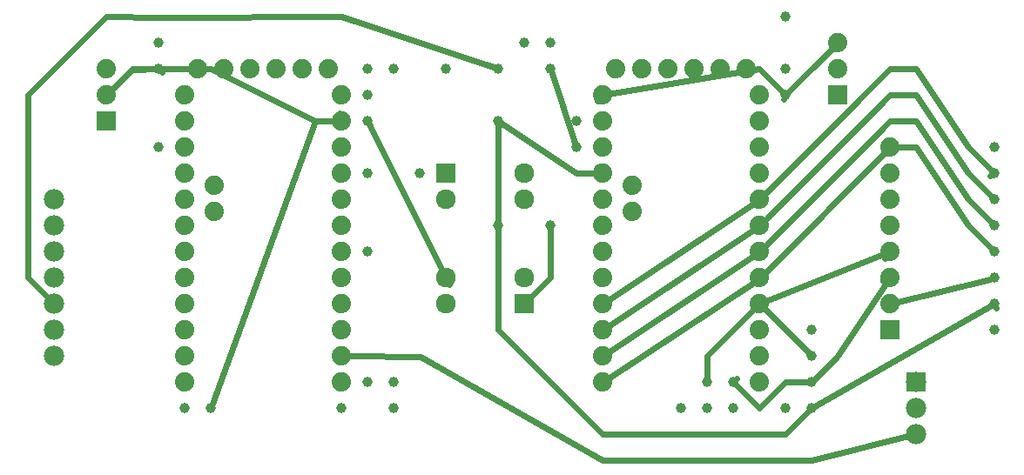
<source format=gbl>
G04 MADE WITH FRITZING*
G04 WWW.FRITZING.ORG*
G04 DOUBLE SIDED*
G04 HOLES PLATED*
G04 CONTOUR ON CENTER OF CONTOUR VECTOR*
%ASAXBY*%
%FSLAX23Y23*%
%MOIN*%
%OFA0B0*%
%SFA1.0B1.0*%
%ADD10C,0.074000*%
%ADD11C,0.078000*%
%ADD12C,0.075667*%
%ADD13C,0.075695*%
%ADD14C,0.039370*%
%ADD15R,0.078000X0.078000*%
%ADD16R,0.075667X0.075667*%
%ADD17R,0.074000X0.074000*%
%ADD18C,0.024000*%
%ADD19R,0.001000X0.001000*%
%LNCOPPER0*%
G90*
G70*
G54D10*
X2311Y1621D03*
X2411Y1621D03*
X2511Y1621D03*
X2611Y1621D03*
X2711Y1621D03*
X2811Y1621D03*
X2261Y1521D03*
X2261Y1421D03*
X2261Y1321D03*
X2261Y1221D03*
X2261Y1121D03*
X2376Y1176D03*
X2376Y1076D03*
X2261Y1021D03*
X2261Y921D03*
X2261Y821D03*
X2261Y721D03*
X2261Y621D03*
X2261Y521D03*
X2261Y421D03*
X2861Y421D03*
X2861Y521D03*
X2861Y621D03*
X2861Y721D03*
X2861Y821D03*
X2861Y921D03*
X2861Y1021D03*
X2861Y1121D03*
X2861Y1221D03*
X2861Y1321D03*
X2861Y1421D03*
X2861Y1521D03*
X2311Y1621D03*
X2411Y1621D03*
X2511Y1621D03*
X2611Y1621D03*
X2711Y1621D03*
X2811Y1621D03*
X2261Y1521D03*
X2261Y1421D03*
X2261Y1321D03*
X2261Y1221D03*
X2261Y1121D03*
X2376Y1176D03*
X2376Y1076D03*
X2261Y1021D03*
X2261Y921D03*
X2261Y821D03*
X2261Y721D03*
X2261Y621D03*
X2261Y521D03*
X2261Y421D03*
X2861Y421D03*
X2861Y521D03*
X2861Y621D03*
X2861Y721D03*
X2861Y821D03*
X2861Y921D03*
X2861Y1021D03*
X2861Y1121D03*
X2861Y1221D03*
X2861Y1321D03*
X2861Y1421D03*
X2861Y1521D03*
G54D11*
X161Y521D03*
X161Y621D03*
X161Y721D03*
X161Y821D03*
X161Y921D03*
X161Y1021D03*
X161Y1121D03*
G54D10*
X361Y1421D03*
X361Y1521D03*
X361Y1621D03*
X3161Y1521D03*
X3161Y1621D03*
X3161Y1721D03*
G54D11*
X3461Y421D03*
X3461Y321D03*
X3461Y221D03*
G54D12*
X1961Y721D03*
X1662Y721D03*
G54D13*
X1961Y821D03*
X1661Y821D03*
G54D12*
X1661Y1221D03*
X1960Y1221D03*
G54D13*
X1661Y1121D03*
X1961Y1121D03*
G54D14*
X1561Y1221D03*
X1361Y1521D03*
X561Y1321D03*
X1861Y1422D03*
X1361Y1421D03*
X1361Y1221D03*
X761Y321D03*
X1261Y321D03*
X661Y321D03*
X561Y1721D03*
X1361Y421D03*
X561Y1621D03*
G54D10*
X711Y1621D03*
X811Y1621D03*
X911Y1621D03*
X1011Y1621D03*
X1111Y1621D03*
X1211Y1621D03*
X661Y1521D03*
X661Y1421D03*
X661Y1321D03*
X661Y1221D03*
X661Y1121D03*
X776Y1176D03*
X776Y1076D03*
X661Y1021D03*
X661Y921D03*
X661Y821D03*
X661Y721D03*
X661Y621D03*
X661Y521D03*
X661Y421D03*
X1261Y421D03*
X1261Y521D03*
X1261Y621D03*
X1261Y721D03*
X1261Y821D03*
X1261Y921D03*
X1261Y1021D03*
X1261Y1121D03*
X1261Y1221D03*
X1261Y1321D03*
X1261Y1421D03*
X1261Y1521D03*
X711Y1621D03*
X811Y1621D03*
X911Y1621D03*
X1011Y1621D03*
X1111Y1621D03*
X1211Y1621D03*
X661Y1521D03*
X661Y1421D03*
X661Y1321D03*
X661Y1221D03*
X661Y1121D03*
X776Y1176D03*
X776Y1076D03*
X661Y1021D03*
X661Y921D03*
X661Y821D03*
X661Y721D03*
X661Y621D03*
X661Y521D03*
X661Y421D03*
X1261Y421D03*
X1261Y521D03*
X1261Y621D03*
X1261Y721D03*
X1261Y821D03*
X1261Y921D03*
X1261Y1021D03*
X1261Y1121D03*
X1261Y1221D03*
X1261Y1321D03*
X1261Y1421D03*
X1261Y1521D03*
G54D14*
X2161Y1321D03*
X3061Y321D03*
X2961Y321D03*
X2761Y321D03*
X3061Y621D03*
X2661Y321D03*
X2561Y321D03*
X3061Y521D03*
X3061Y421D03*
X2661Y421D03*
X2761Y421D03*
X3761Y1321D03*
X3761Y721D03*
X3761Y1121D03*
X3761Y1021D03*
X3761Y921D03*
X3761Y621D03*
X3761Y1221D03*
X3761Y821D03*
X2161Y1421D03*
X2061Y1021D03*
X1861Y1021D03*
X1361Y921D03*
G54D10*
X3361Y721D03*
X3361Y821D03*
X3361Y921D03*
X3361Y1021D03*
X3361Y1121D03*
X3361Y1221D03*
X3361Y1321D03*
X3361Y721D03*
X3361Y821D03*
X3361Y921D03*
X3361Y1021D03*
X3361Y1121D03*
X3361Y1221D03*
X3361Y1321D03*
G54D14*
X1461Y321D03*
X1461Y421D03*
X2061Y1621D03*
X1461Y1621D03*
X1361Y1621D03*
X1961Y1721D03*
X2061Y1721D03*
X1661Y1621D03*
X1861Y1621D03*
X2961Y1621D03*
X2961Y1521D03*
X2961Y1821D03*
G54D15*
X3461Y421D03*
G54D16*
X1961Y721D03*
X1661Y1221D03*
G54D17*
X3361Y621D03*
X3361Y621D03*
G54D18*
X761Y1620D02*
X562Y1620D01*
D02*
X761Y1620D02*
X761Y1620D01*
D02*
X1256Y1451D02*
X1261Y1421D01*
D02*
X1162Y1421D02*
X761Y1620D01*
D02*
X1261Y1421D02*
X1162Y1421D01*
D02*
X562Y1620D02*
X462Y1619D01*
D02*
X462Y1619D02*
X383Y1542D01*
D02*
X3062Y120D02*
X3062Y120D01*
D02*
X3062Y120D02*
X2276Y120D01*
D02*
X3432Y213D02*
X3062Y120D01*
D02*
X2262Y120D02*
X1563Y519D01*
D02*
X2276Y120D02*
X2262Y120D01*
D02*
X1563Y519D02*
X1292Y521D01*
D02*
X1162Y1421D02*
X1261Y1421D01*
D02*
X768Y339D02*
X1162Y1421D01*
D02*
X1261Y1421D02*
X1256Y1451D01*
D02*
X575Y1607D02*
X562Y1620D01*
D02*
X562Y1620D02*
X462Y1620D01*
D02*
X462Y1620D02*
X383Y1542D01*
D02*
X2261Y1221D02*
X2241Y1245D01*
D02*
X2261Y1221D02*
X2261Y1221D01*
D02*
X1875Y1408D02*
X1862Y1420D01*
D02*
X1862Y1420D02*
X2161Y1221D01*
D02*
X2161Y1221D02*
X2261Y1221D01*
D02*
X1861Y1403D02*
X1861Y1040D01*
D02*
X2061Y1002D02*
X2062Y820D01*
D02*
X2062Y820D02*
X1981Y740D01*
D02*
X1362Y1420D02*
X1662Y820D01*
D02*
X1662Y820D02*
X1675Y796D01*
D02*
X1370Y1404D02*
X1362Y1420D01*
D02*
X3760Y1220D02*
X3745Y1211D01*
D02*
X3661Y1321D02*
X3760Y1220D01*
D02*
X3462Y1621D02*
X3661Y1321D01*
D02*
X3361Y1621D02*
X3462Y1621D01*
D02*
X3261Y1521D02*
X3262Y1521D01*
D02*
X2863Y1120D02*
X3261Y1521D01*
D02*
X3262Y1521D02*
X3262Y1520D01*
D02*
X3262Y1520D02*
X3361Y1621D01*
D02*
X2287Y738D02*
X2863Y1120D01*
D02*
X3161Y522D02*
X3063Y420D01*
D02*
X2962Y420D02*
X2862Y320D01*
D02*
X3063Y420D02*
X2962Y420D01*
D02*
X2862Y320D02*
X2762Y421D01*
D02*
X3360Y820D02*
X3161Y522D01*
D02*
X2762Y421D02*
X2775Y434D01*
D02*
X3333Y807D02*
X3360Y820D01*
D02*
X2862Y720D02*
X3360Y920D01*
D02*
X3063Y520D02*
X2862Y720D01*
D02*
X2862Y720D02*
X3063Y520D01*
D02*
X2661Y440D02*
X2662Y520D01*
D02*
X3360Y920D02*
X3342Y896D01*
D02*
X2961Y221D02*
X2261Y221D01*
D02*
X3062Y322D02*
X2961Y221D01*
D02*
X1860Y622D02*
X1861Y1002D01*
D02*
X2261Y221D02*
X1860Y622D01*
D02*
X3768Y703D02*
X3761Y720D01*
D02*
X3761Y720D02*
X3062Y322D01*
D02*
X2861Y1620D02*
X2961Y1522D01*
D02*
X2961Y1522D02*
X2961Y1520D01*
D02*
X2261Y1520D02*
X2861Y1620D01*
D02*
X2961Y1520D02*
X3061Y1620D01*
D02*
X3061Y1620D02*
X3140Y1699D01*
D02*
X2961Y1520D02*
X2961Y1520D01*
D02*
X2241Y1497D02*
X2261Y1520D01*
D02*
X3748Y934D02*
X3661Y1021D01*
D02*
X3661Y1021D02*
X3462Y1320D01*
D02*
X3462Y1320D02*
X3361Y1320D01*
D02*
X2863Y819D02*
X2287Y438D01*
D02*
X3361Y1320D02*
X2863Y819D01*
D02*
X3462Y1521D02*
X3661Y1222D01*
D02*
X3361Y1521D02*
X3462Y1521D01*
D02*
X3661Y1222D02*
X3748Y1134D01*
D02*
X2863Y1021D02*
X3361Y1521D01*
D02*
X2287Y638D02*
X2863Y1021D01*
D02*
X3661Y1121D02*
X3748Y1034D01*
D02*
X3462Y1421D02*
X3661Y1121D01*
D02*
X3361Y1421D02*
X3462Y1421D01*
D02*
X2863Y922D02*
X3361Y1421D01*
D02*
X2287Y538D02*
X2863Y922D01*
D02*
X3392Y728D02*
X3743Y816D01*
D02*
X362Y1820D02*
X563Y1819D01*
D02*
X62Y1520D02*
X362Y1820D01*
D02*
X1261Y1820D02*
X1843Y1627D01*
D02*
X563Y1819D02*
X1261Y1820D01*
D02*
X60Y820D02*
X62Y1520D01*
D02*
X140Y742D02*
X60Y820D01*
D02*
X2067Y1603D02*
X2155Y1339D01*
D02*
X2956Y1503D02*
X2961Y1520D01*
D02*
X2961Y1520D02*
X3061Y1620D01*
D02*
X3061Y1620D02*
X3140Y1699D01*
D02*
X2961Y1520D02*
X2961Y1520D01*
D02*
X2662Y520D02*
X2862Y720D01*
D02*
X2762Y421D02*
X2762Y421D01*
G54D19*
X3124Y1558D02*
X3197Y1558D01*
X3124Y1557D02*
X3197Y1557D01*
X3124Y1556D02*
X3197Y1556D01*
X3124Y1555D02*
X3197Y1555D01*
X3124Y1554D02*
X3197Y1554D01*
X3124Y1553D02*
X3197Y1553D01*
X3124Y1552D02*
X3197Y1552D01*
X3124Y1551D02*
X3197Y1551D01*
X3124Y1550D02*
X3197Y1550D01*
X3124Y1549D02*
X3197Y1549D01*
X3124Y1548D02*
X3197Y1548D01*
X3124Y1547D02*
X3197Y1547D01*
X3124Y1546D02*
X3197Y1546D01*
X3124Y1545D02*
X3197Y1545D01*
X3124Y1544D02*
X3197Y1544D01*
X3124Y1543D02*
X3197Y1543D01*
X3124Y1542D02*
X3197Y1542D01*
X3124Y1541D02*
X3156Y1541D01*
X3165Y1541D02*
X3197Y1541D01*
X3124Y1540D02*
X3153Y1540D01*
X3169Y1540D02*
X3197Y1540D01*
X3124Y1539D02*
X3151Y1539D01*
X3171Y1539D02*
X3197Y1539D01*
X3124Y1538D02*
X3149Y1538D01*
X3172Y1538D02*
X3197Y1538D01*
X3124Y1537D02*
X3148Y1537D01*
X3174Y1537D02*
X3197Y1537D01*
X3124Y1536D02*
X3147Y1536D01*
X3175Y1536D02*
X3197Y1536D01*
X3124Y1535D02*
X3146Y1535D01*
X3176Y1535D02*
X3197Y1535D01*
X3124Y1534D02*
X3145Y1534D01*
X3177Y1534D02*
X3197Y1534D01*
X3124Y1533D02*
X3144Y1533D01*
X3177Y1533D02*
X3197Y1533D01*
X3124Y1532D02*
X3144Y1532D01*
X3178Y1532D02*
X3197Y1532D01*
X3124Y1531D02*
X3143Y1531D01*
X3179Y1531D02*
X3197Y1531D01*
X3124Y1530D02*
X3142Y1530D01*
X3179Y1530D02*
X3197Y1530D01*
X3124Y1529D02*
X3142Y1529D01*
X3180Y1529D02*
X3197Y1529D01*
X3124Y1528D02*
X3142Y1528D01*
X3180Y1528D02*
X3197Y1528D01*
X3124Y1527D02*
X3141Y1527D01*
X3180Y1527D02*
X3197Y1527D01*
X3124Y1526D02*
X3141Y1526D01*
X3181Y1526D02*
X3197Y1526D01*
X3124Y1525D02*
X3141Y1525D01*
X3181Y1525D02*
X3197Y1525D01*
X3124Y1524D02*
X3141Y1524D01*
X3181Y1524D02*
X3197Y1524D01*
X3124Y1523D02*
X3141Y1523D01*
X3181Y1523D02*
X3197Y1523D01*
X3124Y1522D02*
X3141Y1522D01*
X3181Y1522D02*
X3197Y1522D01*
X3124Y1521D02*
X3141Y1521D01*
X3181Y1521D02*
X3197Y1521D01*
X3124Y1520D02*
X3141Y1520D01*
X3181Y1520D02*
X3197Y1520D01*
X3124Y1519D02*
X3141Y1519D01*
X3181Y1519D02*
X3197Y1519D01*
X3124Y1518D02*
X3141Y1518D01*
X3181Y1518D02*
X3197Y1518D01*
X3124Y1517D02*
X3141Y1517D01*
X3180Y1517D02*
X3197Y1517D01*
X3124Y1516D02*
X3142Y1516D01*
X3180Y1516D02*
X3197Y1516D01*
X3124Y1515D02*
X3142Y1515D01*
X3180Y1515D02*
X3197Y1515D01*
X3124Y1514D02*
X3142Y1514D01*
X3179Y1514D02*
X3197Y1514D01*
X3124Y1513D02*
X3143Y1513D01*
X3179Y1513D02*
X3197Y1513D01*
X3124Y1512D02*
X3143Y1512D01*
X3178Y1512D02*
X3197Y1512D01*
X3124Y1511D02*
X3144Y1511D01*
X3178Y1511D02*
X3197Y1511D01*
X3124Y1510D02*
X3145Y1510D01*
X3177Y1510D02*
X3197Y1510D01*
X3124Y1509D02*
X3145Y1509D01*
X3176Y1509D02*
X3197Y1509D01*
X3124Y1508D02*
X3146Y1508D01*
X3175Y1508D02*
X3197Y1508D01*
X3124Y1507D02*
X3147Y1507D01*
X3174Y1507D02*
X3197Y1507D01*
X3124Y1506D02*
X3149Y1506D01*
X3173Y1506D02*
X3197Y1506D01*
X3124Y1505D02*
X3150Y1505D01*
X3171Y1505D02*
X3197Y1505D01*
X3124Y1504D02*
X3152Y1504D01*
X3170Y1504D02*
X3197Y1504D01*
X3124Y1503D02*
X3155Y1503D01*
X3167Y1503D02*
X3197Y1503D01*
X3124Y1502D02*
X3197Y1502D01*
X3124Y1501D02*
X3197Y1501D01*
X3124Y1500D02*
X3197Y1500D01*
X3124Y1499D02*
X3197Y1499D01*
X3124Y1498D02*
X3197Y1498D01*
X3124Y1497D02*
X3197Y1497D01*
X3124Y1496D02*
X3197Y1496D01*
X3124Y1495D02*
X3197Y1495D01*
X3124Y1494D02*
X3197Y1494D01*
X3124Y1493D02*
X3197Y1493D01*
X3124Y1492D02*
X3197Y1492D01*
X3124Y1491D02*
X3197Y1491D01*
X3124Y1490D02*
X3197Y1490D01*
X3124Y1489D02*
X3197Y1489D01*
X3124Y1488D02*
X3197Y1488D01*
X3124Y1487D02*
X3197Y1487D01*
X3124Y1486D02*
X3197Y1486D01*
X3125Y1485D02*
X3197Y1485D01*
X324Y1458D02*
X397Y1458D01*
X324Y1457D02*
X397Y1457D01*
X324Y1456D02*
X397Y1456D01*
X324Y1455D02*
X397Y1455D01*
X324Y1454D02*
X397Y1454D01*
X324Y1453D02*
X397Y1453D01*
X324Y1452D02*
X397Y1452D01*
X324Y1451D02*
X397Y1451D01*
X324Y1450D02*
X397Y1450D01*
X324Y1449D02*
X397Y1449D01*
X324Y1448D02*
X397Y1448D01*
X324Y1447D02*
X397Y1447D01*
X324Y1446D02*
X397Y1446D01*
X324Y1445D02*
X397Y1445D01*
X324Y1444D02*
X397Y1444D01*
X324Y1443D02*
X397Y1443D01*
X324Y1442D02*
X397Y1442D01*
X324Y1441D02*
X356Y1441D01*
X366Y1441D02*
X397Y1441D01*
X324Y1440D02*
X353Y1440D01*
X369Y1440D02*
X397Y1440D01*
X324Y1439D02*
X351Y1439D01*
X371Y1439D02*
X397Y1439D01*
X324Y1438D02*
X349Y1438D01*
X372Y1438D02*
X397Y1438D01*
X324Y1437D02*
X348Y1437D01*
X374Y1437D02*
X397Y1437D01*
X324Y1436D02*
X347Y1436D01*
X375Y1436D02*
X397Y1436D01*
X324Y1435D02*
X346Y1435D01*
X376Y1435D02*
X397Y1435D01*
X324Y1434D02*
X345Y1434D01*
X377Y1434D02*
X397Y1434D01*
X324Y1433D02*
X344Y1433D01*
X377Y1433D02*
X397Y1433D01*
X324Y1432D02*
X344Y1432D01*
X378Y1432D02*
X397Y1432D01*
X324Y1431D02*
X343Y1431D01*
X379Y1431D02*
X397Y1431D01*
X324Y1430D02*
X342Y1430D01*
X379Y1430D02*
X397Y1430D01*
X324Y1429D02*
X342Y1429D01*
X380Y1429D02*
X397Y1429D01*
X324Y1428D02*
X342Y1428D01*
X380Y1428D02*
X397Y1428D01*
X324Y1427D02*
X341Y1427D01*
X380Y1427D02*
X397Y1427D01*
X324Y1426D02*
X341Y1426D01*
X381Y1426D02*
X397Y1426D01*
X324Y1425D02*
X341Y1425D01*
X381Y1425D02*
X397Y1425D01*
X324Y1424D02*
X341Y1424D01*
X381Y1424D02*
X397Y1424D01*
X324Y1423D02*
X341Y1423D01*
X381Y1423D02*
X397Y1423D01*
X324Y1422D02*
X341Y1422D01*
X381Y1422D02*
X397Y1422D01*
X324Y1421D02*
X341Y1421D01*
X381Y1421D02*
X397Y1421D01*
X324Y1420D02*
X341Y1420D01*
X381Y1420D02*
X397Y1420D01*
X324Y1419D02*
X341Y1419D01*
X381Y1419D02*
X397Y1419D01*
X324Y1418D02*
X341Y1418D01*
X381Y1418D02*
X397Y1418D01*
X324Y1417D02*
X341Y1417D01*
X380Y1417D02*
X397Y1417D01*
X324Y1416D02*
X342Y1416D01*
X380Y1416D02*
X397Y1416D01*
X324Y1415D02*
X342Y1415D01*
X380Y1415D02*
X397Y1415D01*
X324Y1414D02*
X342Y1414D01*
X379Y1414D02*
X397Y1414D01*
X324Y1413D02*
X343Y1413D01*
X379Y1413D02*
X397Y1413D01*
X324Y1412D02*
X343Y1412D01*
X378Y1412D02*
X397Y1412D01*
X324Y1411D02*
X344Y1411D01*
X378Y1411D02*
X397Y1411D01*
X324Y1410D02*
X345Y1410D01*
X377Y1410D02*
X397Y1410D01*
X324Y1409D02*
X345Y1409D01*
X376Y1409D02*
X397Y1409D01*
X324Y1408D02*
X346Y1408D01*
X375Y1408D02*
X397Y1408D01*
X324Y1407D02*
X347Y1407D01*
X374Y1407D02*
X397Y1407D01*
X324Y1406D02*
X349Y1406D01*
X373Y1406D02*
X397Y1406D01*
X324Y1405D02*
X350Y1405D01*
X371Y1405D02*
X397Y1405D01*
X324Y1404D02*
X352Y1404D01*
X370Y1404D02*
X397Y1404D01*
X324Y1403D02*
X355Y1403D01*
X367Y1403D02*
X397Y1403D01*
X324Y1402D02*
X397Y1402D01*
X324Y1401D02*
X397Y1401D01*
X324Y1400D02*
X397Y1400D01*
X324Y1399D02*
X397Y1399D01*
X324Y1398D02*
X397Y1398D01*
X324Y1397D02*
X397Y1397D01*
X324Y1396D02*
X397Y1396D01*
X324Y1395D02*
X397Y1395D01*
X324Y1394D02*
X397Y1394D01*
X324Y1393D02*
X397Y1393D01*
X324Y1392D02*
X397Y1392D01*
X324Y1391D02*
X397Y1391D01*
X324Y1390D02*
X397Y1390D01*
X324Y1389D02*
X397Y1389D01*
X324Y1388D02*
X397Y1388D01*
X324Y1387D02*
X397Y1387D01*
X324Y1386D02*
X397Y1386D01*
X325Y1385D02*
X397Y1385D01*
D02*
G04 End of Copper0*
M02*
</source>
